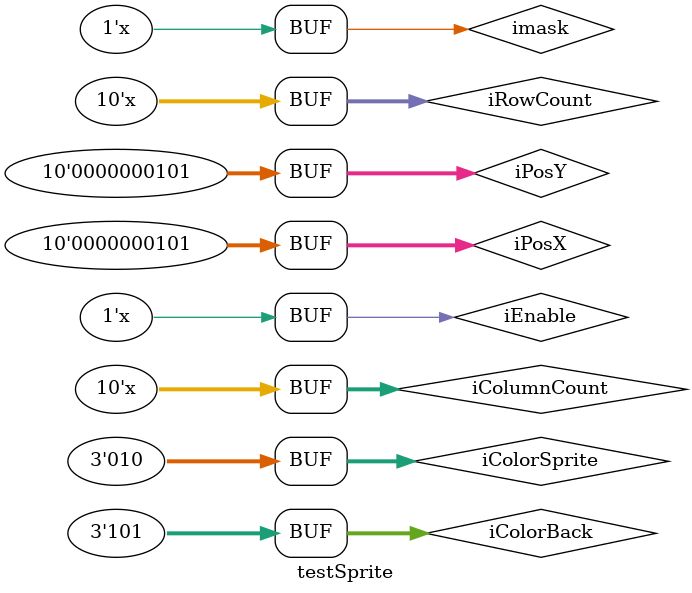
<source format=v>
`timescale 1ns / 1ps


module testSprite;

	// Inputs
	reg [9:0] iColumnCount;
	reg [9:0] iRowCount;
	reg imask;
	reg iEnable;
	reg [9:0] iPosX;
	reg [9:0] iPosY;
	reg [2:0] iColorSprite;
	reg [2:0] iColorBack;

	// Outputs
	wire [2:0] oRGB;

	// Instantiate the Unit Under Test (UUT)
	Sprite_Controller spriteTest (
		.iColumnCount(iColumnCount), 
		.iRowCount(iRowCount), 
		.imask(imask), 
		.iEnable(iEnable), 
		.iPosX(iPosX), 
		.iPosY(iPosY), 
		.iColorSprite(iColorSprite), 
		.iColorBack(iColorBack), 
		.oRGB(oRGB)
	);

	initial begin
		// Initialize Inputs
		iColumnCount = 0;
		iRowCount = 0;
		imask = 0;
		iEnable = 0;
		iPosX = 5;
		iPosY = 5;
		iColorSprite = 2;
		iColorBack = 5;
	
		// Wait 100 ns for global reset to finish
		#100;
        
		// Add stimulus here

	end
      always
			begin 
				#10 
				iColumnCount = iColumnCount + 1;
				iRowCount = iRowCount  + 1;
				{iEnable,imask} = {iEnable,imask} +1;
			end 
endmodule


</source>
